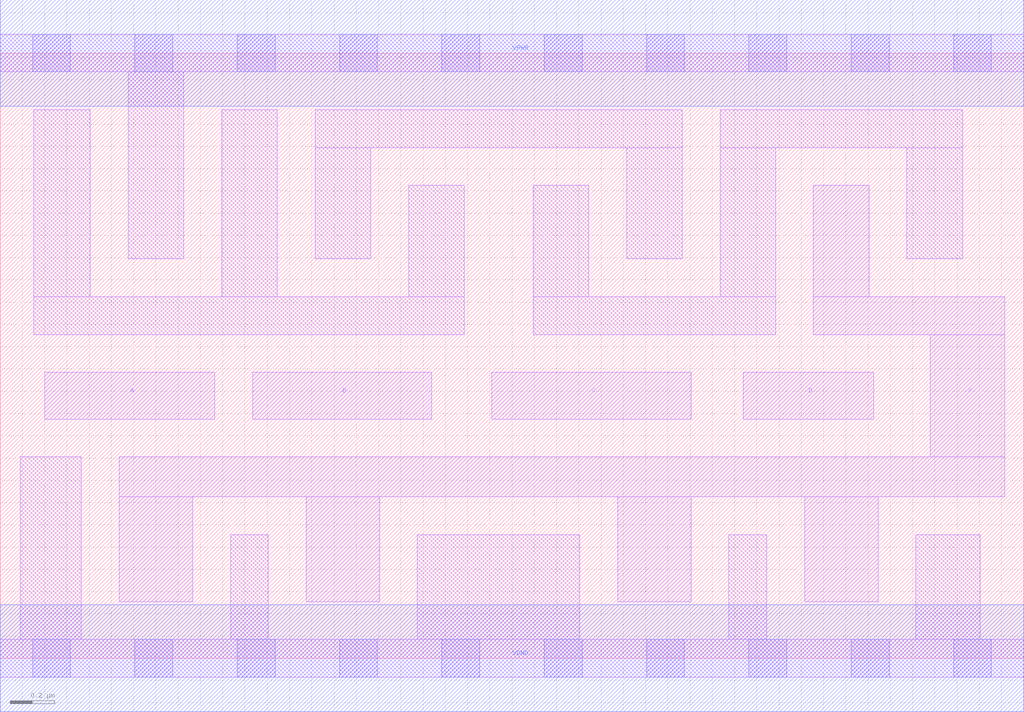
<source format=lef>
# Copyright 2020 The SkyWater PDK Authors
#
# Licensed under the Apache License, Version 2.0 (the "License");
# you may not use this file except in compliance with the License.
# You may obtain a copy of the License at
#
#     https://www.apache.org/licenses/LICENSE-2.0
#
# Unless required by applicable law or agreed to in writing, software
# distributed under the License is distributed on an "AS IS" BASIS,
# WITHOUT WARRANTIES OR CONDITIONS OF ANY KIND, either express or implied.
# See the License for the specific language governing permissions and
# limitations under the License.
#
# SPDX-License-Identifier: Apache-2.0

VERSION 5.7 ;
  NOWIREEXTENSIONATPIN ON ;
  DIVIDERCHAR "/" ;
  BUSBITCHARS "[]" ;
UNITS
  DATABASE MICRONS 200 ;
END UNITS
MACRO sky130_fd_sc_hd__nor4_2
  CLASS CORE ;
  FOREIGN sky130_fd_sc_hd__nor4_2 ;
  ORIGIN  0.000000  0.000000 ;
  SIZE  4.600000 BY  2.720000 ;
  SYMMETRY X Y R90 ;
  SITE unithd ;
  PIN A
    ANTENNAGATEAREA  0.495000 ;
    DIRECTION INPUT ;
    USE SIGNAL ;
    PORT
      LAYER li1 ;
        RECT 0.200000 1.075000 0.965000 1.285000 ;
    END
  END A
  PIN B
    ANTENNAGATEAREA  0.495000 ;
    DIRECTION INPUT ;
    USE SIGNAL ;
    PORT
      LAYER li1 ;
        RECT 1.135000 1.075000 1.940000 1.285000 ;
    END
  END B
  PIN C
    ANTENNAGATEAREA  0.495000 ;
    DIRECTION INPUT ;
    USE SIGNAL ;
    PORT
      LAYER li1 ;
        RECT 2.210000 1.075000 3.105000 1.285000 ;
    END
  END C
  PIN D
    ANTENNAGATEAREA  0.495000 ;
    DIRECTION INPUT ;
    USE SIGNAL ;
    PORT
      LAYER li1 ;
        RECT 3.340000 1.075000 3.925000 1.285000 ;
    END
  END D
  PIN Y
    ANTENNADIFFAREA  0.972000 ;
    DIRECTION OUTPUT ;
    USE SIGNAL ;
    PORT
      LAYER li1 ;
        RECT 0.535000 0.255000 0.865000 0.725000 ;
        RECT 0.535000 0.725000 4.515000 0.905000 ;
        RECT 1.375000 0.255000 1.705000 0.725000 ;
        RECT 2.775000 0.255000 3.105000 0.725000 ;
        RECT 3.615000 0.255000 3.945000 0.725000 ;
        RECT 3.655000 1.455000 4.515000 1.625000 ;
        RECT 3.655000 1.625000 3.905000 2.125000 ;
        RECT 4.180000 0.905000 4.515000 1.455000 ;
    END
  END Y
  PIN VGND
    DIRECTION INOUT ;
    SHAPE ABUTMENT ;
    USE GROUND ;
    PORT
      LAYER met1 ;
        RECT 0.000000 -0.240000 4.600000 0.240000 ;
    END
  END VGND
  PIN VPWR
    DIRECTION INOUT ;
    SHAPE ABUTMENT ;
    USE POWER ;
    PORT
      LAYER met1 ;
        RECT 0.000000 2.480000 4.600000 2.960000 ;
    END
  END VPWR
  OBS
    LAYER li1 ;
      RECT 0.000000 -0.085000 4.600000 0.085000 ;
      RECT 0.000000  2.635000 4.600000 2.805000 ;
      RECT 0.090000  0.085000 0.365000 0.905000 ;
      RECT 0.150000  1.455000 2.085000 1.625000 ;
      RECT 0.150000  1.625000 0.405000 2.465000 ;
      RECT 0.575000  1.795000 0.825000 2.635000 ;
      RECT 0.995000  1.625000 1.245000 2.465000 ;
      RECT 1.035000  0.085000 1.205000 0.555000 ;
      RECT 1.415000  1.795000 1.665000 2.295000 ;
      RECT 1.415000  2.295000 3.065000 2.465000 ;
      RECT 1.835000  1.625000 2.085000 2.125000 ;
      RECT 1.875000  0.085000 2.605000 0.555000 ;
      RECT 2.395000  1.455000 3.485000 1.625000 ;
      RECT 2.395000  1.625000 2.645000 2.125000 ;
      RECT 2.815000  1.795000 3.065000 2.295000 ;
      RECT 3.235000  1.625000 3.485000 2.295000 ;
      RECT 3.235000  2.295000 4.325000 2.465000 ;
      RECT 3.275000  0.085000 3.445000 0.555000 ;
      RECT 4.075000  1.795000 4.325000 2.295000 ;
      RECT 4.115000  0.085000 4.405000 0.555000 ;
    LAYER mcon ;
      RECT 0.145000 -0.085000 0.315000 0.085000 ;
      RECT 0.145000  2.635000 0.315000 2.805000 ;
      RECT 0.605000 -0.085000 0.775000 0.085000 ;
      RECT 0.605000  2.635000 0.775000 2.805000 ;
      RECT 1.065000 -0.085000 1.235000 0.085000 ;
      RECT 1.065000  2.635000 1.235000 2.805000 ;
      RECT 1.525000 -0.085000 1.695000 0.085000 ;
      RECT 1.525000  2.635000 1.695000 2.805000 ;
      RECT 1.985000 -0.085000 2.155000 0.085000 ;
      RECT 1.985000  2.635000 2.155000 2.805000 ;
      RECT 2.445000 -0.085000 2.615000 0.085000 ;
      RECT 2.445000  2.635000 2.615000 2.805000 ;
      RECT 2.905000 -0.085000 3.075000 0.085000 ;
      RECT 2.905000  2.635000 3.075000 2.805000 ;
      RECT 3.365000 -0.085000 3.535000 0.085000 ;
      RECT 3.365000  2.635000 3.535000 2.805000 ;
      RECT 3.825000 -0.085000 3.995000 0.085000 ;
      RECT 3.825000  2.635000 3.995000 2.805000 ;
      RECT 4.285000 -0.085000 4.455000 0.085000 ;
      RECT 4.285000  2.635000 4.455000 2.805000 ;
  END
END sky130_fd_sc_hd__nor4_2
END LIBRARY

</source>
